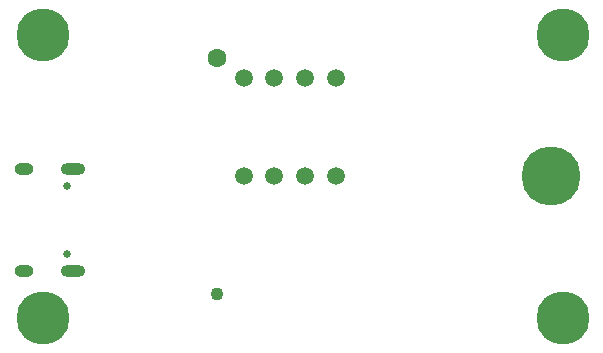
<source format=gbs>
G04 #@! TF.GenerationSoftware,KiCad,Pcbnew,8.0.1+dfsg-1*
G04 #@! TF.CreationDate,2024-10-13T21:14:54+00:00*
G04 #@! TF.ProjectId,usb2m2e,75736232-6d32-4652-9e6b-696361645f70,rev?*
G04 #@! TF.SameCoordinates,Original*
G04 #@! TF.FileFunction,Soldermask,Bot*
G04 #@! TF.FilePolarity,Negative*
%FSLAX46Y46*%
G04 Gerber Fmt 4.6, Leading zero omitted, Abs format (unit mm)*
G04 Created by KiCad (PCBNEW 8.0.1+dfsg-1) date 2024-10-13 21:14:54*
%MOMM*%
%LPD*%
G01*
G04 APERTURE LIST*
%ADD10C,1.100000*%
%ADD11C,1.600000*%
%ADD12C,4.500000*%
%ADD13C,0.650000*%
%ADD14O,2.100000X1.000000*%
%ADD15O,1.600000X1.000000*%
%ADD16C,5.000000*%
%ADD17C,1.500000*%
G04 APERTURE END LIST*
D10*
X136750000Y-93000000D03*
D11*
X136750000Y-73000000D03*
D12*
X122000000Y-71000000D03*
X166000000Y-95000000D03*
X166000000Y-71000000D03*
D13*
X124040000Y-83790000D03*
X124040000Y-89570000D03*
D14*
X124570000Y-82360000D03*
D15*
X120390000Y-82360000D03*
D14*
X124570000Y-91000000D03*
D15*
X120390000Y-91000000D03*
D12*
X122000000Y-95000000D03*
D16*
X165000000Y-83000000D03*
D17*
X144200000Y-74700000D03*
X146800000Y-83000000D03*
X146800000Y-74700000D03*
X144200000Y-83000000D03*
X139000000Y-83000000D03*
X139000000Y-74700000D03*
X141600000Y-83000000D03*
X141600000Y-74700000D03*
M02*

</source>
